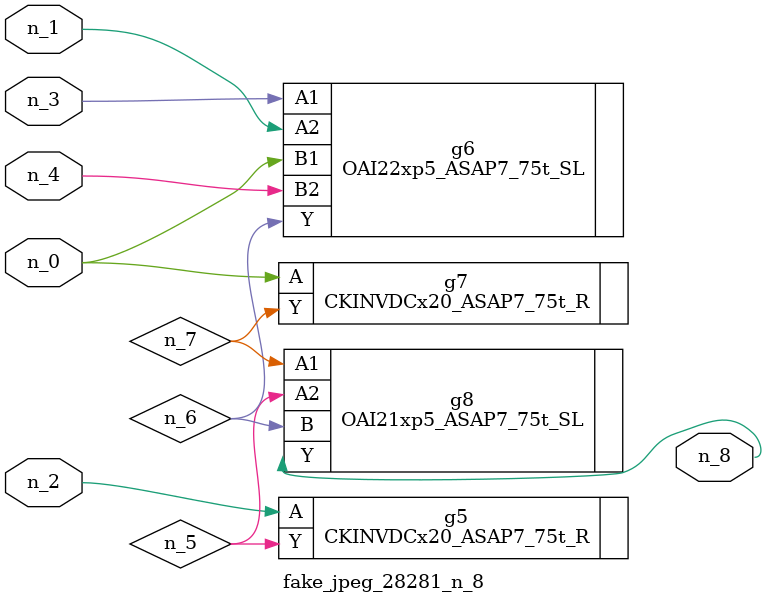
<source format=v>
module fake_jpeg_28281_n_8 (n_3, n_2, n_1, n_0, n_4, n_8);

input n_3;
input n_2;
input n_1;
input n_0;
input n_4;

output n_8;

wire n_6;
wire n_5;
wire n_7;

CKINVDCx20_ASAP7_75t_R g5 ( 
.A(n_2),
.Y(n_5)
);

OAI22xp5_ASAP7_75t_SL g6 ( 
.A1(n_3),
.A2(n_1),
.B1(n_0),
.B2(n_4),
.Y(n_6)
);

CKINVDCx20_ASAP7_75t_R g7 ( 
.A(n_0),
.Y(n_7)
);

OAI21xp5_ASAP7_75t_SL g8 ( 
.A1(n_7),
.A2(n_5),
.B(n_6),
.Y(n_8)
);


endmodule
</source>
